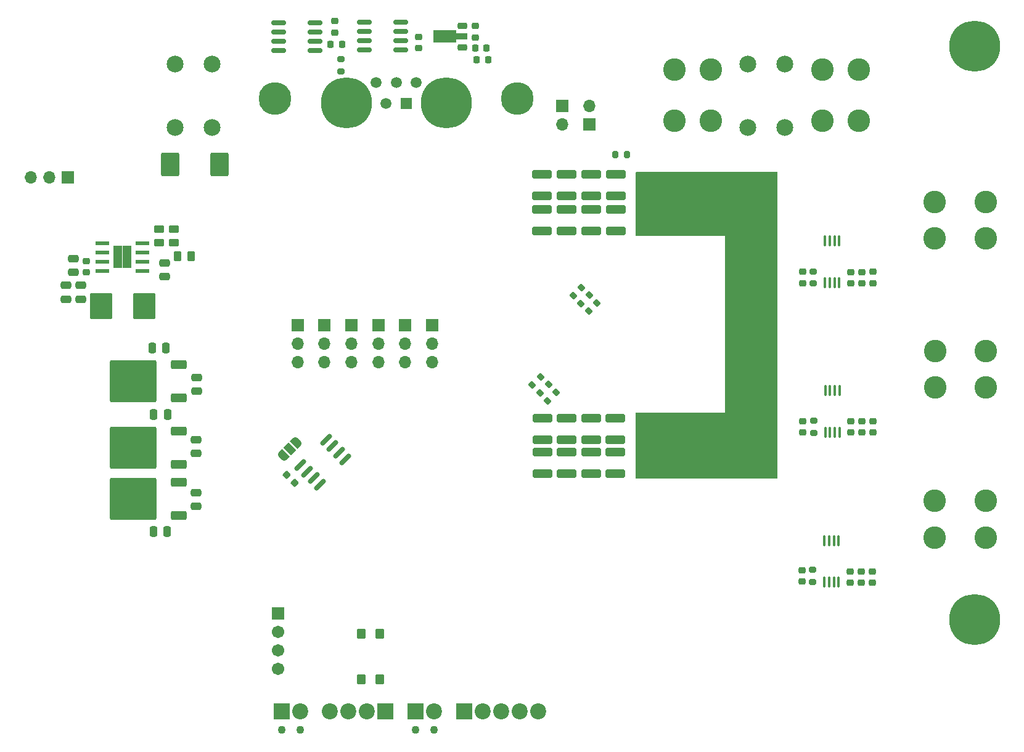
<source format=gbr>
%TF.GenerationSoftware,KiCad,Pcbnew,8.0.4*%
%TF.CreationDate,2024-10-18T00:11:30-06:00*%
%TF.ProjectId,Motor Controller,4d6f746f-7220-4436-9f6e-74726f6c6c65,Mk. 1*%
%TF.SameCoordinates,Original*%
%TF.FileFunction,Soldermask,Bot*%
%TF.FilePolarity,Negative*%
%FSLAX46Y46*%
G04 Gerber Fmt 4.6, Leading zero omitted, Abs format (unit mm)*
G04 Created by KiCad (PCBNEW 8.0.4) date 2024-10-18 00:11:30*
%MOMM*%
%LPD*%
G01*
G04 APERTURE LIST*
G04 Aperture macros list*
%AMRoundRect*
0 Rectangle with rounded corners*
0 $1 Rounding radius*
0 $2 $3 $4 $5 $6 $7 $8 $9 X,Y pos of 4 corners*
0 Add a 4 corners polygon primitive as box body*
4,1,4,$2,$3,$4,$5,$6,$7,$8,$9,$2,$3,0*
0 Add four circle primitives for the rounded corners*
1,1,$1+$1,$2,$3*
1,1,$1+$1,$4,$5*
1,1,$1+$1,$6,$7*
1,1,$1+$1,$8,$9*
0 Add four rect primitives between the rounded corners*
20,1,$1+$1,$2,$3,$4,$5,0*
20,1,$1+$1,$4,$5,$6,$7,0*
20,1,$1+$1,$6,$7,$8,$9,0*
20,1,$1+$1,$8,$9,$2,$3,0*%
%AMRotRect*
0 Rectangle, with rotation*
0 The origin of the aperture is its center*
0 $1 length*
0 $2 width*
0 $3 Rotation angle, in degrees counterclockwise*
0 Add horizontal line*
21,1,$1,$2,0,0,$3*%
%AMFreePoly0*
4,1,19,0.550000,-0.750000,0.000000,-0.750000,0.000000,-0.744912,-0.071157,-0.744911,-0.207708,-0.704816,-0.327430,-0.627875,-0.420627,-0.520320,-0.479746,-0.390866,-0.500000,-0.250000,-0.500000,0.250000,-0.479746,0.390866,-0.420627,0.520320,-0.327430,0.627875,-0.207708,0.704816,-0.071157,0.744911,0.000000,0.744912,0.000000,0.750000,0.550000,0.750000,0.550000,-0.750000,0.550000,-0.750000,
$1*%
%AMFreePoly1*
4,1,19,0.000000,0.744912,0.071157,0.744911,0.207708,0.704816,0.327430,0.627875,0.420627,0.520320,0.479746,0.390866,0.500000,0.250000,0.500000,-0.250000,0.479746,-0.390866,0.420627,-0.520320,0.327430,-0.627875,0.207708,-0.704816,0.071157,-0.744911,0.000000,-0.744912,0.000000,-0.750000,-0.550000,-0.750000,-0.550000,0.750000,0.000000,0.750000,0.000000,0.744912,0.000000,0.744912,
$1*%
%AMFreePoly2*
4,1,9,3.862500,-0.866500,0.737500,-0.866500,0.737500,-0.450000,-0.737500,-0.450000,-0.737500,0.450000,0.737500,0.450000,0.737500,0.866500,3.862500,0.866500,3.862500,-0.866500,3.862500,-0.866500,$1*%
G04 Aperture macros list end*
%ADD10C,3.104000*%
%ADD11RoundRect,0.200000X0.275000X-0.200000X0.275000X0.200000X-0.275000X0.200000X-0.275000X-0.200000X0*%
%ADD12RoundRect,0.225000X0.335876X0.017678X0.017678X0.335876X-0.335876X-0.017678X-0.017678X-0.335876X0*%
%ADD13RoundRect,0.250000X-0.262500X-0.450000X0.262500X-0.450000X0.262500X0.450000X-0.262500X0.450000X0*%
%ADD14R,1.700000X1.700000*%
%ADD15O,1.700000X1.700000*%
%ADD16C,2.200000*%
%ADD17R,2.200000X2.200000*%
%ADD18RoundRect,0.100000X-0.100000X0.637500X-0.100000X-0.637500X0.100000X-0.637500X0.100000X0.637500X0*%
%ADD19R,1.205000X1.550000*%
%ADD20R,1.910000X0.610000*%
%ADD21C,0.800000*%
%ADD22C,7.000000*%
%ADD23RoundRect,0.225000X-0.250000X0.225000X-0.250000X-0.225000X0.250000X-0.225000X0.250000X0.225000X0*%
%ADD24C,1.712000*%
%ADD25RoundRect,0.102000X-0.754000X0.754000X-0.754000X-0.754000X0.754000X-0.754000X0.754000X0.754000X0*%
%ADD26RoundRect,0.102000X1.425000X1.650000X-1.425000X1.650000X-1.425000X-1.650000X1.425000X-1.650000X0*%
%ADD27C,2.304000*%
%ADD28RoundRect,0.150000X0.477297X0.689429X-0.689429X-0.477297X-0.477297X-0.689429X0.689429X0.477297X0*%
%ADD29RoundRect,0.200000X0.200000X0.275000X-0.200000X0.275000X-0.200000X-0.275000X0.200000X-0.275000X0*%
%ADD30FreePoly0,45.000000*%
%ADD31RotRect,1.000000X1.500000X45.000000*%
%ADD32FreePoly1,45.000000*%
%ADD33RoundRect,0.250000X-0.475000X0.250000X-0.475000X-0.250000X0.475000X-0.250000X0.475000X0.250000X0*%
%ADD34RoundRect,0.225000X0.250000X-0.225000X0.250000X0.225000X-0.250000X0.225000X-0.250000X-0.225000X0*%
%ADD35C,1.500000*%
%ADD36R,1.500000X1.500000*%
%ADD37C,4.500000*%
%ADD38C,1.100000*%
%ADD39RoundRect,0.218750X-0.256250X0.218750X-0.256250X-0.218750X0.256250X-0.218750X0.256250X0.218750X0*%
%ADD40RoundRect,0.250000X0.450000X-0.262500X0.450000X0.262500X-0.450000X0.262500X-0.450000X-0.262500X0*%
%ADD41RoundRect,0.250000X-0.450000X0.262500X-0.450000X-0.262500X0.450000X-0.262500X0.450000X0.262500X0*%
%ADD42RoundRect,0.250000X0.475000X-0.250000X0.475000X0.250000X-0.475000X0.250000X-0.475000X-0.250000X0*%
%ADD43RoundRect,0.250000X-1.100000X0.325000X-1.100000X-0.325000X1.100000X-0.325000X1.100000X0.325000X0*%
%ADD44RoundRect,0.250000X1.100000X-0.325000X1.100000X0.325000X-1.100000X0.325000X-1.100000X-0.325000X0*%
%ADD45RoundRect,0.250000X-0.250000X-0.475000X0.250000X-0.475000X0.250000X0.475000X-0.250000X0.475000X0*%
%ADD46RoundRect,0.200000X-0.053033X0.335876X-0.335876X0.053033X0.053033X-0.335876X0.335876X-0.053033X0*%
%ADD47RoundRect,0.225000X-0.225000X-0.250000X0.225000X-0.250000X0.225000X0.250000X-0.225000X0.250000X0*%
%ADD48RoundRect,0.150000X0.825000X0.150000X-0.825000X0.150000X-0.825000X-0.150000X0.825000X-0.150000X0*%
%ADD49RoundRect,0.200000X0.053033X-0.335876X0.335876X-0.053033X-0.053033X0.335876X-0.335876X0.053033X0*%
%ADD50RoundRect,0.250000X0.850000X0.350000X-0.850000X0.350000X-0.850000X-0.350000X0.850000X-0.350000X0*%
%ADD51RoundRect,0.249997X2.950003X2.650003X-2.950003X2.650003X-2.950003X-2.650003X2.950003X-2.650003X0*%
%ADD52RoundRect,0.250000X1.000000X-1.400000X1.000000X1.400000X-1.000000X1.400000X-1.000000X-1.400000X0*%
%ADD53RoundRect,0.102000X0.450000X-0.550000X0.450000X0.550000X-0.450000X0.550000X-0.450000X-0.550000X0*%
%ADD54RoundRect,0.225000X0.425000X0.225000X-0.425000X0.225000X-0.425000X-0.225000X0.425000X-0.225000X0*%
%ADD55FreePoly2,180.000000*%
G04 APERTURE END LIST*
D10*
%TO.C,J19*%
X187600000Y-69210000D03*
X187600000Y-62200000D03*
X182600000Y-69210000D03*
X182600000Y-62200000D03*
%TD*%
%TO.C,J16*%
X225355000Y-100900000D03*
X218345000Y-100900000D03*
X225355000Y-105900000D03*
X218345000Y-105900000D03*
%TD*%
%TO.C,J31*%
X207850000Y-69210000D03*
X207850000Y-62200000D03*
X202850000Y-69210000D03*
X202850000Y-62200000D03*
%TD*%
%TO.C,J17*%
X225305000Y-121500000D03*
X218295000Y-121500000D03*
X225305000Y-126500000D03*
X218295000Y-126500000D03*
%TD*%
%TO.C,J15*%
X218295000Y-85400000D03*
X225305000Y-85400000D03*
X218295000Y-80400000D03*
X225305000Y-80400000D03*
%TD*%
D11*
%TO.C,R37*%
X201650000Y-91587500D03*
X201650000Y-89937500D03*
%TD*%
D12*
%TO.C,C151*%
X129332574Y-117900090D03*
X130428590Y-118996106D03*
%TD*%
D13*
%TO.C,R106*%
X116187500Y-87850000D03*
X114362500Y-87850000D03*
%TD*%
D14*
%TO.C,J6*%
X145600000Y-97370000D03*
D15*
X145600000Y-99910000D03*
X145600000Y-102450000D03*
%TD*%
D16*
%TO.C,J7*%
X135280000Y-150450000D03*
X137820000Y-150450000D03*
X140360000Y-150450000D03*
D17*
X142900000Y-150450000D03*
%TD*%
D18*
%TO.C,U12*%
X203275000Y-112062500D03*
X203925000Y-112062500D03*
X204575000Y-112062500D03*
X205225000Y-112062500D03*
X205225000Y-106337500D03*
X204575000Y-106337500D03*
X203925000Y-106337500D03*
X203275000Y-106337500D03*
%TD*%
D19*
%TO.C,U32*%
X107357500Y-87170000D03*
X107357500Y-88720000D03*
X106152500Y-87170000D03*
X106152500Y-88720000D03*
D20*
X109535000Y-89850000D03*
X109535000Y-88580000D03*
X109535000Y-87310000D03*
X109535000Y-86040000D03*
X103975000Y-86040000D03*
X103975000Y-87310000D03*
X103975000Y-88580000D03*
X103975000Y-89850000D03*
%TD*%
D21*
%TO.C,H8*%
X221150000Y-137800000D03*
X221918845Y-135943845D03*
X221918845Y-139656155D03*
X223775000Y-135175000D03*
D22*
X223775000Y-137800000D03*
D21*
X223775000Y-140425000D03*
X225631155Y-135943845D03*
X225631155Y-139656155D03*
X226400000Y-137800000D03*
%TD*%
D23*
%TO.C,C96*%
X200175000Y-110525000D03*
X200175000Y-112075000D03*
%TD*%
D24*
%TO.C,PS1*%
X128150000Y-144570000D03*
X128150000Y-142030000D03*
X128150000Y-139490000D03*
D25*
X128150000Y-136950000D03*
%TD*%
D26*
%TO.C,L2*%
X103825000Y-94700000D03*
X109775000Y-94700000D03*
%TD*%
D27*
%TO.C,J18*%
X113960000Y-61437500D03*
X113960000Y-70137500D03*
X119040000Y-61437500D03*
X119040000Y-70137500D03*
%TD*%
D14*
%TO.C,JP14*%
X170900000Y-69735000D03*
D15*
X170900000Y-67195000D03*
%TD*%
D23*
%TO.C,C166*%
X101825000Y-90075000D03*
X101825000Y-88525000D03*
%TD*%
%TO.C,C78*%
X200150000Y-89987500D03*
X200150000Y-91537500D03*
%TD*%
D28*
%TO.C,U4*%
X131202872Y-116553051D03*
X132100898Y-117451076D03*
X132998924Y-118349102D03*
X133896949Y-119247128D03*
X137397128Y-115746949D03*
X136499102Y-114848924D03*
X135601076Y-113950898D03*
X134703051Y-113052872D03*
%TD*%
D29*
%TO.C,R14*%
X176075000Y-73850000D03*
X174425000Y-73850000D03*
%TD*%
D30*
%TO.C,J22*%
X128811522Y-115288478D03*
D31*
X129730761Y-114369239D03*
D32*
X130650000Y-113450000D03*
%TD*%
D33*
%TO.C,C163*%
X112525000Y-90650000D03*
X112525000Y-88750000D03*
%TD*%
D14*
%TO.C,JP16*%
X167150000Y-67185000D03*
D15*
X167150000Y-69725000D03*
%TD*%
D14*
%TO.C,J5*%
X149300000Y-97370000D03*
D15*
X149300000Y-99910000D03*
X149300000Y-102450000D03*
%TD*%
D16*
%TO.C,J10*%
X163820000Y-150450000D03*
X161280000Y-150450000D03*
X158740000Y-150450000D03*
X156200000Y-150450000D03*
D17*
X153660000Y-150450000D03*
%TD*%
D34*
%TO.C,C75*%
X206825000Y-112075000D03*
X206825000Y-110525000D03*
%TD*%
D18*
%TO.C,U15*%
X203250000Y-85750000D03*
X203900000Y-85750000D03*
X204550000Y-85750000D03*
X205200000Y-85750000D03*
X205200000Y-91475000D03*
X204550000Y-91475000D03*
X203900000Y-91475000D03*
X203250000Y-91475000D03*
%TD*%
D22*
%TO.C,J28*%
X151232000Y-66775000D03*
X137512000Y-66775000D03*
D35*
X147130000Y-63975000D03*
X144360000Y-63975000D03*
X141590000Y-63975000D03*
D36*
X145745000Y-66815000D03*
D35*
X142975000Y-66870000D03*
D37*
X160995000Y-66175000D03*
X127695000Y-66175000D03*
%TD*%
D34*
%TO.C,C150*%
X208300000Y-91562500D03*
X208300000Y-90012500D03*
%TD*%
D16*
%TO.C,J20*%
X149540000Y-150450000D03*
D17*
X147000000Y-150450000D03*
D38*
X149540000Y-152990000D03*
X147000000Y-152990000D03*
%TD*%
D39*
%TO.C,FB10*%
X209800000Y-90000000D03*
X209800000Y-91575000D03*
%TD*%
%TO.C,FB14*%
X209825000Y-110512500D03*
X209825000Y-112087500D03*
%TD*%
D34*
%TO.C,C16*%
X206725000Y-132725000D03*
X206725000Y-131175000D03*
%TD*%
D33*
%TO.C,C167*%
X100025000Y-90050000D03*
X100025000Y-88150000D03*
%TD*%
D34*
%TO.C,C93*%
X208325000Y-112075000D03*
X208325000Y-110525000D03*
%TD*%
D40*
%TO.C,R104*%
X111802500Y-84157500D03*
X111802500Y-85982500D03*
%TD*%
D27*
%TO.C,J9*%
X192685000Y-70137500D03*
X192685000Y-61437500D03*
X197765000Y-70137500D03*
X197765000Y-61437500D03*
%TD*%
D41*
%TO.C,R90*%
X113802500Y-85982500D03*
X113802500Y-84157500D03*
%TD*%
D42*
%TO.C,C164*%
X101025000Y-91850000D03*
X101025000Y-93750000D03*
%TD*%
D14*
%TO.C,J1*%
X134500000Y-97370000D03*
D15*
X134500000Y-99910000D03*
X134500000Y-102450000D03*
%TD*%
D18*
%TO.C,U13*%
X203175000Y-126937500D03*
X203825000Y-126937500D03*
X204475000Y-126937500D03*
X205125000Y-126937500D03*
X205125000Y-132662500D03*
X204475000Y-132662500D03*
X203825000Y-132662500D03*
X203175000Y-132662500D03*
%TD*%
D34*
%TO.C,C2*%
X208225000Y-132725000D03*
X208225000Y-131175000D03*
%TD*%
D42*
%TO.C,C165*%
X98975000Y-91850000D03*
X98975000Y-93750000D03*
%TD*%
D34*
%TO.C,C17*%
X206800000Y-91562500D03*
X206800000Y-90012500D03*
%TD*%
D21*
%TO.C,H9*%
X221150000Y-59000000D03*
X221918845Y-57143845D03*
X221918845Y-60856155D03*
X223775000Y-56375000D03*
D22*
X223775000Y-59000000D03*
D21*
X223775000Y-61625000D03*
X225631155Y-57143845D03*
X225631155Y-60856155D03*
X226400000Y-59000000D03*
%TD*%
D14*
%TO.C,J4*%
X138200000Y-97370000D03*
D15*
X138200000Y-99910000D03*
X138200000Y-102450000D03*
%TD*%
D14*
%TO.C,J3*%
X141900000Y-97370000D03*
D15*
X141900000Y-99910000D03*
X141900000Y-102450000D03*
%TD*%
D11*
%TO.C,R51*%
X201675000Y-112125000D03*
X201675000Y-110475000D03*
%TD*%
D14*
%TO.C,J2*%
X130800000Y-97370000D03*
D15*
X130800000Y-99910000D03*
X130800000Y-102450000D03*
%TD*%
D16*
%TO.C,J8*%
X131200000Y-150425000D03*
D17*
X128660000Y-150425000D03*
D38*
X131200000Y-152965000D03*
X128660000Y-152965000D03*
%TD*%
D39*
%TO.C,FB9*%
X209725000Y-131162500D03*
X209725000Y-132737500D03*
%TD*%
D11*
%TO.C,R43*%
X201575000Y-132625000D03*
X201575000Y-130975000D03*
%TD*%
D23*
%TO.C,C85*%
X200075000Y-131025000D03*
X200075000Y-132575000D03*
%TD*%
D14*
%TO.C,J24*%
X99225000Y-76975000D03*
D15*
X96685000Y-76975000D03*
X94145000Y-76975000D03*
%TD*%
D43*
%TO.C,C184*%
X174561277Y-81425000D03*
X174561277Y-84375000D03*
%TD*%
D44*
%TO.C,C185*%
X174459792Y-113038849D03*
X174459792Y-110088849D03*
%TD*%
D43*
%TO.C,C186*%
X164459792Y-114788849D03*
X164459792Y-117738849D03*
%TD*%
%TO.C,C80*%
X167789849Y-81425000D03*
X167789849Y-84375000D03*
%TD*%
D23*
%TO.C,C70*%
X135925000Y-55520000D03*
X135925000Y-57070000D03*
%TD*%
D42*
%TO.C,C117*%
X116850000Y-120317500D03*
X116850000Y-122217500D03*
%TD*%
%TO.C,C112*%
X116850000Y-113067500D03*
X116850000Y-114967500D03*
%TD*%
D44*
%TO.C,C87*%
X167751519Y-113038849D03*
X167751519Y-110088849D03*
%TD*%
D45*
%TO.C,C111*%
X112725000Y-100475000D03*
X110825000Y-100475000D03*
%TD*%
%TO.C,C120*%
X112900000Y-125717500D03*
X111000000Y-125717500D03*
%TD*%
D46*
%TO.C,R47*%
X171933282Y-94244892D03*
X170766556Y-95411618D03*
%TD*%
D47*
%TO.C,C71*%
X135350000Y-58695000D03*
X136900000Y-58695000D03*
%TD*%
D48*
%TO.C,U31*%
X133175000Y-55740000D03*
X133175000Y-57010000D03*
X133175000Y-58280000D03*
X133175000Y-59550000D03*
X128225000Y-59550000D03*
X128225000Y-58280000D03*
X128225000Y-57010000D03*
X128225000Y-55740000D03*
%TD*%
D49*
%TO.C,R40*%
X164089942Y-106633459D03*
X165256668Y-105466733D03*
%TD*%
D23*
%TO.C,C171*%
X147400000Y-57665000D03*
X147400000Y-59215000D03*
%TD*%
D50*
%TO.C,U19*%
X114500000Y-116432500D03*
D51*
X108200000Y-114152500D03*
D50*
X114500000Y-111872500D03*
%TD*%
D52*
%TO.C,D2*%
X113290000Y-75237500D03*
X120090000Y-75237500D03*
%TD*%
D49*
%TO.C,R46*%
X163029282Y-105572799D03*
X164196008Y-104406073D03*
%TD*%
D43*
%TO.C,C183*%
X171175563Y-81425000D03*
X171175563Y-84375000D03*
%TD*%
D48*
%TO.C,U11*%
X144975000Y-55710000D03*
X144975000Y-56980000D03*
X144975000Y-58250000D03*
X144975000Y-59520000D03*
X140025000Y-59520000D03*
X140025000Y-58250000D03*
X140025000Y-56980000D03*
X140025000Y-55710000D03*
%TD*%
D43*
%TO.C,C169*%
X174459792Y-114788849D03*
X174459792Y-117738849D03*
%TD*%
D50*
%TO.C,U20*%
X114500000Y-123500000D03*
D51*
X108200000Y-121220000D03*
D50*
X114500000Y-118940000D03*
%TD*%
%TO.C,U18*%
X114500000Y-107347500D03*
D51*
X108200000Y-105067500D03*
D50*
X114500000Y-102787500D03*
%TD*%
D46*
%TO.C,R35*%
X169811961Y-92123572D03*
X168645235Y-93290298D03*
%TD*%
D44*
%TO.C,C149*%
X171179315Y-79575000D03*
X171179315Y-76625000D03*
%TD*%
%TO.C,C192*%
X171137233Y-113038849D03*
X171137233Y-110088849D03*
%TD*%
D23*
%TO.C,C148*%
X155225000Y-56200000D03*
X155225000Y-57750000D03*
%TD*%
D43*
%TO.C,C193*%
X164404135Y-81425000D03*
X164404135Y-84375000D03*
%TD*%
D53*
%TO.C,U16*%
X142140000Y-139725000D03*
X139600000Y-139725000D03*
X139600000Y-146025000D03*
X142140000Y-146025000D03*
%TD*%
D49*
%TO.C,R34*%
X165164458Y-107707975D03*
X166331184Y-106541249D03*
%TD*%
D42*
%TO.C,C110*%
X116975000Y-104525000D03*
X116975000Y-106425000D03*
%TD*%
D44*
%TO.C,C189*%
X167793601Y-79575000D03*
X167793601Y-76625000D03*
%TD*%
D43*
%TO.C,C187*%
X167751519Y-114788849D03*
X167751519Y-117738849D03*
%TD*%
D11*
%TO.C,R88*%
X136725000Y-62425000D03*
X136725000Y-60775000D03*
%TD*%
D47*
%TO.C,C199*%
X155425000Y-60850000D03*
X156975000Y-60850000D03*
%TD*%
%TO.C,C168*%
X155200000Y-59250000D03*
X156750000Y-59250000D03*
%TD*%
D54*
%TO.C,U29*%
X153425000Y-56150000D03*
D55*
X153337500Y-57650000D03*
D54*
X153425000Y-59150000D03*
%TD*%
D45*
%TO.C,C114*%
X112950000Y-109600000D03*
X111050000Y-109600000D03*
%TD*%
D46*
%TO.C,R41*%
X170872622Y-93184232D03*
X169705896Y-94350958D03*
%TD*%
D44*
%TO.C,C172*%
X164444376Y-113038849D03*
X164444376Y-110088849D03*
%TD*%
D43*
%TO.C,C188*%
X171137233Y-114788849D03*
X171137233Y-117738849D03*
%TD*%
D44*
%TO.C,C197*%
X164407887Y-79575000D03*
X164407887Y-76625000D03*
%TD*%
%TO.C,C194*%
X174565033Y-79575000D03*
X174565033Y-76625000D03*
%TD*%
G36*
X196693039Y-76269685D02*
G01*
X196738794Y-76322489D01*
X196750000Y-76374000D01*
X196750000Y-118276000D01*
X196730315Y-118343039D01*
X196677511Y-118388794D01*
X196626000Y-118400000D01*
X177324000Y-118400000D01*
X177256961Y-118380315D01*
X177211206Y-118327511D01*
X177200000Y-118276000D01*
X177200000Y-109474000D01*
X177219685Y-109406961D01*
X177272489Y-109361206D01*
X177324000Y-109350000D01*
X189550000Y-109350000D01*
X189550000Y-85050000D01*
X177374000Y-85050000D01*
X177306961Y-85030315D01*
X177261206Y-84977511D01*
X177250000Y-84926000D01*
X177250000Y-76374000D01*
X177269685Y-76306961D01*
X177322489Y-76261206D01*
X177374000Y-76250000D01*
X196626000Y-76250000D01*
X196693039Y-76269685D01*
G37*
M02*

</source>
